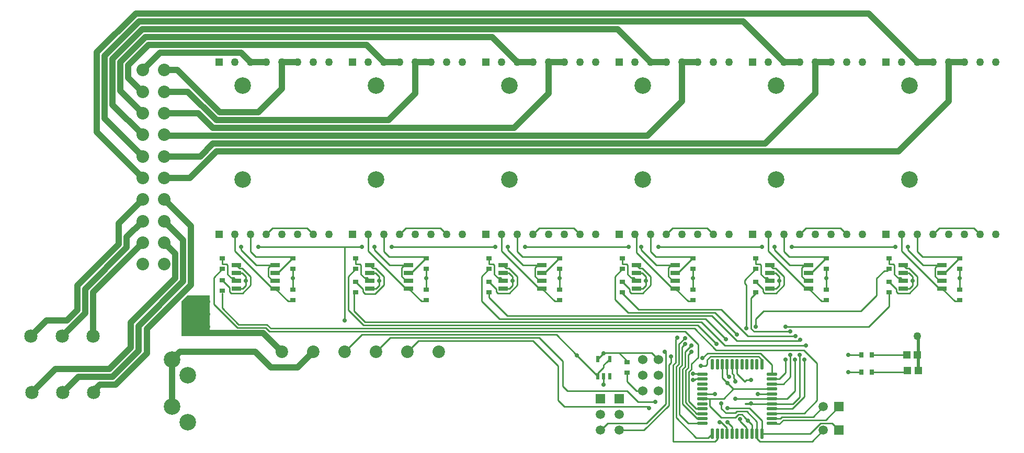
<source format=gtl>
G04 Layer_Physical_Order=1*
G04 Layer_Color=255*
%FSLAX24Y24*%
%MOIN*%
G70*
G01*
G75*
%ADD10R,0.0492X0.0472*%
%ADD11R,0.0315X0.0374*%
%ADD12R,0.0374X0.0315*%
%ADD13R,0.0236X0.0433*%
%ADD14R,0.0591X0.0315*%
%ADD15O,0.0689X0.0217*%
%ADD16O,0.0217X0.0689*%
%ADD17C,0.0200*%
%ADD18C,0.0100*%
%ADD19C,0.0400*%
%ADD20C,0.0500*%
%ADD21R,0.0500X0.0500*%
%ADD22C,0.1058*%
%ADD23C,0.0801*%
%ADD24C,0.0850*%
%ADD25R,0.0591X0.0591*%
%ADD26C,0.0591*%
%ADD27C,0.0799*%
%ADD28R,0.0591X0.0591*%
%ADD29C,0.0600*%
%ADD30C,0.0290*%
G36*
X13900Y7000D02*
X12100D01*
Y9258D01*
X12442Y9600D01*
X13900D01*
Y7000D01*
D02*
G37*
D10*
X59000Y5800D02*
D03*
X58311D02*
D03*
X59044Y4800D02*
D03*
X58356D02*
D03*
D11*
X56100Y4700D02*
D03*
X55431D02*
D03*
X56100Y5800D02*
D03*
X55431D02*
D03*
D12*
X61700Y9985D02*
D03*
Y9315D02*
D03*
X53200Y9985D02*
D03*
Y9315D02*
D03*
X44700Y9985D02*
D03*
Y9315D02*
D03*
X36200Y9985D02*
D03*
Y9315D02*
D03*
X27700Y9985D02*
D03*
Y9315D02*
D03*
X19200Y9985D02*
D03*
Y9315D02*
D03*
X57177Y10485D02*
D03*
Y9815D02*
D03*
X48677Y10485D02*
D03*
Y9815D02*
D03*
X40177Y10485D02*
D03*
Y9815D02*
D03*
X31677Y10485D02*
D03*
Y9815D02*
D03*
X23177Y10485D02*
D03*
Y9815D02*
D03*
X14677Y10573D02*
D03*
Y9904D02*
D03*
X61700Y11315D02*
D03*
Y11985D02*
D03*
X53200Y11315D02*
D03*
Y11985D02*
D03*
X44700Y11315D02*
D03*
Y11985D02*
D03*
X36200Y11315D02*
D03*
Y11985D02*
D03*
X27700Y11315D02*
D03*
Y11985D02*
D03*
X19200Y11315D02*
D03*
Y11985D02*
D03*
X57200Y11985D02*
D03*
Y11315D02*
D03*
X48700Y11985D02*
D03*
Y11315D02*
D03*
X40200Y11985D02*
D03*
Y11315D02*
D03*
X31700Y11985D02*
D03*
Y11315D02*
D03*
X23200Y11985D02*
D03*
Y11315D02*
D03*
X14700Y11985D02*
D03*
Y11315D02*
D03*
X40500Y5335D02*
D03*
Y4665D02*
D03*
D13*
X39374Y4449D02*
D03*
X39000D02*
D03*
X38626D02*
D03*
Y5551D02*
D03*
X39374D02*
D03*
D14*
X15600Y11550D02*
D03*
Y11050D02*
D03*
Y10550D02*
D03*
Y10050D02*
D03*
X18061Y11550D02*
D03*
Y11050D02*
D03*
Y10550D02*
D03*
Y10050D02*
D03*
X24100Y11550D02*
D03*
Y11050D02*
D03*
Y10550D02*
D03*
Y10050D02*
D03*
X26561Y11550D02*
D03*
Y11050D02*
D03*
Y10550D02*
D03*
Y10050D02*
D03*
X32600Y11550D02*
D03*
Y11050D02*
D03*
Y10550D02*
D03*
Y10050D02*
D03*
X35061Y11550D02*
D03*
Y11050D02*
D03*
Y10550D02*
D03*
Y10050D02*
D03*
X41100Y11550D02*
D03*
Y11050D02*
D03*
Y10550D02*
D03*
Y10050D02*
D03*
X43561Y11550D02*
D03*
Y11050D02*
D03*
Y10550D02*
D03*
Y10050D02*
D03*
X49600Y11550D02*
D03*
Y11050D02*
D03*
Y10550D02*
D03*
Y10050D02*
D03*
X52061Y11550D02*
D03*
Y11050D02*
D03*
Y10550D02*
D03*
Y10050D02*
D03*
X58100Y11550D02*
D03*
Y11050D02*
D03*
Y10550D02*
D03*
Y10050D02*
D03*
X60561Y11550D02*
D03*
Y11050D02*
D03*
Y10550D02*
D03*
Y10050D02*
D03*
D15*
X45276Y1425D02*
D03*
Y1740D02*
D03*
Y2055D02*
D03*
Y2370D02*
D03*
Y2685D02*
D03*
Y3000D02*
D03*
Y3315D02*
D03*
Y3630D02*
D03*
Y3945D02*
D03*
Y4260D02*
D03*
Y4575D02*
D03*
X49724D02*
D03*
Y4260D02*
D03*
Y3945D02*
D03*
Y3630D02*
D03*
Y3315D02*
D03*
Y3000D02*
D03*
Y2685D02*
D03*
Y2370D02*
D03*
Y2055D02*
D03*
Y1740D02*
D03*
Y1425D02*
D03*
D16*
X45925Y5224D02*
D03*
X46240D02*
D03*
X46555D02*
D03*
X46870D02*
D03*
X47185D02*
D03*
X47500D02*
D03*
X47815D02*
D03*
X48130D02*
D03*
X48445D02*
D03*
X48760D02*
D03*
X49075D02*
D03*
Y776D02*
D03*
X48760D02*
D03*
X48445D02*
D03*
X48130D02*
D03*
X47815D02*
D03*
X47500D02*
D03*
X47185D02*
D03*
X46870D02*
D03*
X46555D02*
D03*
X46240D02*
D03*
X45925D02*
D03*
D17*
X59044Y4800D02*
Y6956D01*
D18*
X48098Y1069D02*
X48130D01*
X54600Y4700D02*
X55431D01*
X54600Y5800D02*
X55431D01*
X38626Y5551D02*
X39025Y5950D01*
X48105Y2195D02*
X48760Y1540D01*
X47995Y1805D02*
X48200Y1600D01*
X47700Y1561D02*
X48073Y1187D01*
X47383Y1800D02*
X47578Y1995D01*
X46500Y1800D02*
X47383D01*
X47995Y1805D02*
Y1822D01*
X47495Y2195D02*
X48105D01*
X47400Y2100D02*
X47495Y2195D01*
X46783Y2100D02*
X47400D01*
X47822Y1995D02*
X47995Y1822D01*
X47578Y1995D02*
X47822D01*
X47700Y1561D02*
Y1700D01*
X46900Y2400D02*
X48283D01*
X48015Y2685D02*
X48030Y2700D01*
X48015Y2685D02*
X49724D01*
X46900Y1500D02*
X47185Y1215D01*
X46500Y2383D02*
Y2700D01*
X45770Y3000D02*
X46640D01*
X41200Y2800D02*
X42300D01*
X46085Y3315D02*
X46100Y3300D01*
X46640Y3000D02*
X47270Y3630D01*
X46483Y1500D02*
X46778Y1205D01*
X48200Y1600D02*
X48445Y1355D01*
X48760Y776D02*
Y1540D01*
X48030Y2700D02*
X48400D01*
X47400Y3000D02*
X49724D01*
X47185Y776D02*
Y1215D01*
X46400Y1500D02*
X46483D01*
X46778Y1205D02*
X46813D01*
Y832D02*
Y1205D01*
Y832D02*
X46870Y776D01*
X58256Y4700D02*
X58356Y4800D01*
X56100Y4700D02*
X58256D01*
X56100Y5800D02*
X58311D01*
X59000Y7000D02*
X59044Y6956D01*
X47400Y4100D02*
Y4200D01*
X47295Y4305D02*
X47400Y4200D01*
X48283Y2400D02*
X49075Y1608D01*
X31636Y11227D02*
X31700D01*
X23136D02*
X23200D01*
X49724Y2083D02*
X51783D01*
X57136Y11227D02*
X57200D01*
X48636D02*
X48700D01*
X40136D02*
X40200D01*
X38845Y1045D02*
X39000Y891D01*
Y1000D01*
X47500Y4600D02*
Y5224D01*
X44375Y1425D02*
X45276D01*
X46100Y8500D02*
X47500Y7100D01*
X41100Y3500D02*
X41500D01*
X44855Y4260D02*
X45276D01*
X45650Y500D02*
X45925Y776D01*
X48100Y7500D02*
Y10291D01*
X47185Y4632D02*
Y5224D01*
X46240Y440D02*
Y776D01*
X48700Y7600D02*
Y8100D01*
X49200Y8600D01*
X50600Y7600D02*
X55877D01*
X48760Y489D02*
Y776D01*
X52281Y281D02*
X53000Y1000D01*
X39189Y5351D02*
X39374Y5536D01*
X44881Y2370D02*
X45276D01*
X53145Y1645D02*
X54000Y2500D01*
X39000Y3900D02*
Y4449D01*
X46870Y4530D02*
Y5224D01*
X48815Y3315D02*
X49724D01*
X44913Y2055D02*
X45276D01*
X52345Y1845D02*
X53000Y2500D01*
X44945Y1740D02*
X45276D01*
Y3000D02*
X45332Y2943D01*
X46555Y4345D02*
Y5224D01*
X49438Y3630D02*
X49724D01*
Y2685D02*
X51068D01*
X43405Y281D02*
X46081D01*
X43405D02*
Y5136D01*
X48100Y4200D02*
X48400D01*
X48000Y4100D02*
X48100Y4200D01*
X47500Y4600D02*
X48000Y4100D01*
X47295Y4305D02*
Y4522D01*
X47185Y4632D02*
X47295Y4522D01*
X15728Y7750D02*
X17528D01*
X15645Y7550D02*
X17445D01*
X14677Y8801D02*
X15728Y7750D01*
X14677Y8801D02*
Y9727D01*
X40500Y3500D02*
X41200Y2800D01*
X36700Y3500D02*
X40500D01*
X22500Y12700D02*
X23600D01*
X17000D02*
X22500D01*
Y8000D02*
Y12700D01*
X37300Y5775D02*
X38626Y4449D01*
X35975Y7100D02*
X37300Y5775D01*
X41800Y2500D02*
X41900Y2400D01*
X36500Y2500D02*
X41800D01*
X36100Y2900D02*
X36500Y2500D01*
X40500Y4100D02*
X41100Y3500D01*
X36400Y3800D02*
X36700Y3500D01*
X40500Y4100D02*
Y4577D01*
X36400Y3800D02*
Y5400D01*
X40000Y1000D02*
X41566D01*
X36100Y2900D02*
Y5100D01*
X34500Y6700D02*
X36100Y5100D01*
X34900Y6900D02*
X36400Y5400D01*
X27200Y6700D02*
X34500D01*
X26500Y6000D02*
X27200Y6700D01*
X25400Y6900D02*
X34900D01*
X23600Y7100D02*
X35975D01*
X24500Y6000D02*
X25400Y6900D01*
X22500Y6000D02*
X23600Y7100D01*
X39025Y5950D02*
X42050D01*
X39174Y5351D02*
X39189D01*
X39000Y5177D02*
X39174Y5351D01*
X39000Y5000D02*
Y5177D01*
X38626Y4626D02*
X39000Y5000D01*
X39374Y5536D02*
Y5551D01*
X42050Y5950D02*
X42500Y5500D01*
X46870Y4530D02*
X47000Y4400D01*
X46555Y4345D02*
X46893Y4007D01*
X47270Y3630D02*
X49438Y3630D01*
X46893Y4007D02*
X47270Y3630D01*
X57177Y8900D02*
Y9727D01*
X56400Y9600D02*
Y10700D01*
X55400Y8600D02*
X56400Y9600D01*
Y10700D02*
X56877Y11177D01*
X57100D01*
X39000Y4449D02*
X39000D01*
X49075Y5224D02*
Y5511D01*
X49724Y4575D02*
Y5176D01*
Y4260D02*
X50184D01*
X16500Y12400D02*
X16827Y12073D01*
X19123D01*
X16500Y12400D02*
Y13500D01*
X15500Y12446D02*
Y13500D01*
X25500Y12700D02*
X32100D01*
X25000Y12400D02*
Y13500D01*
Y12400D02*
X25327Y12073D01*
X34000Y12700D02*
X40600D01*
X33500Y12400D02*
Y13500D01*
X32500Y12446D02*
X34896Y10050D01*
X32500Y12446D02*
Y13500D01*
X33500Y12400D02*
X33827Y12073D01*
X42500Y12700D02*
X49100D01*
X42000Y12400D02*
Y13500D01*
X41100Y12346D02*
Y13400D01*
Y12346D02*
X43396Y10050D01*
X42000Y12400D02*
X42327Y12073D01*
X50500Y12400D02*
Y13500D01*
X49500Y12446D02*
X51896Y10050D01*
X49500Y12446D02*
Y13500D01*
X50500Y12400D02*
X50827Y12073D01*
X58000Y12446D02*
Y13500D01*
X51000Y12700D02*
X57600D01*
X50827Y12073D02*
X53123D01*
X58400Y12500D02*
Y12700D01*
Y12500D02*
X59350Y11550D01*
X60300D01*
X49900Y12500D02*
Y12700D01*
Y12500D02*
X50850Y11550D01*
X51800D01*
X32900Y12500D02*
Y12700D01*
Y12500D02*
X33850Y11550D01*
X34800D01*
X24400Y12500D02*
Y12700D01*
Y12500D02*
X25350Y11550D01*
X26300D01*
X15900Y12500D02*
Y12700D01*
Y12500D02*
X16850Y11550D01*
X17800D01*
X24000Y12446D02*
Y13500D01*
X42350Y11550D02*
X43300D01*
X43115Y11365D02*
X43300Y11550D01*
X41000Y13500D02*
X41100Y13400D01*
X39987Y5937D02*
X40500Y5423D01*
X38626Y4449D02*
Y4626D01*
X49724Y2055D02*
Y2083D01*
X46081Y281D02*
X46240Y440D01*
X44900Y500D02*
X45650D01*
X40177Y10573D02*
X40200Y10550D01*
X43561Y11050D02*
X43726D01*
X44623Y11948D01*
X43396Y10550D02*
X43561D01*
X43115Y10830D02*
Y11365D01*
Y10830D02*
X43396Y10550D01*
Y10050D02*
X43561D01*
X43300Y11550D02*
X43561D01*
X23077Y8600D02*
Y9677D01*
X43561Y10050D02*
X44384Y9227D01*
X39712Y9347D02*
Y10803D01*
X40136Y11227D01*
X42327Y12073D02*
X44623D01*
X18061Y10050D02*
X18884Y9227D01*
X18061Y11050D02*
X18226D01*
X19123Y11948D01*
X15600Y10050D02*
X16000D01*
X17615Y10830D02*
X17896Y10550D01*
X18061D01*
X17615Y10830D02*
Y11365D01*
X17800Y11550D01*
X18061D01*
X17896Y10050D02*
X18061D01*
X26561D02*
X27384Y9227D01*
X25327Y12073D02*
X27623D01*
X26561Y11050D02*
X26726D01*
X27623Y11948D01*
X22712Y8682D02*
Y10803D01*
X26115Y10830D02*
X26396Y10550D01*
X26561D01*
X26115Y10830D02*
Y11365D01*
X26300Y11550D01*
X26561D01*
X24000Y12446D02*
X26396Y10050D01*
X26561D01*
X35061D02*
X35884Y9227D01*
X31677Y10573D02*
X31700Y10550D01*
X33827Y12073D02*
X36123D01*
X35061Y11050D02*
X35226D01*
X36123Y11948D01*
X31212Y9230D02*
Y10803D01*
X31636Y11227D01*
X34615Y10830D02*
X34896Y10550D01*
X35061D01*
X34615Y10830D02*
Y11365D01*
X34800Y11550D01*
X35061D01*
X34896Y10050D02*
X35061D01*
X52061D02*
X52884Y9227D01*
X48677Y10573D02*
X48700Y10550D01*
X52061Y11050D02*
X52226D01*
X53123Y11948D01*
X51615Y10830D02*
X51896Y10550D01*
X52061D01*
X51615Y10830D02*
Y11365D01*
X51800Y11550D01*
X52061D01*
X51896Y10050D02*
X52061D01*
X60561D02*
X61384Y9227D01*
X57177Y10573D02*
X57200Y10550D01*
X59000Y12400D02*
X59327Y12073D01*
X61623D01*
X60561Y11050D02*
X60726D01*
X61623Y11948D01*
X60115Y10830D02*
X60396Y10550D01*
X60561D01*
X60115Y10830D02*
Y11365D01*
X60300Y11550D01*
X60561D01*
X58000Y12446D02*
X60396Y10050D01*
X60561D01*
X31677Y9477D02*
Y9727D01*
X59000Y12400D02*
Y13500D01*
X41400Y12500D02*
X42350Y11550D01*
X41400Y12500D02*
Y12700D01*
X17500Y13500D02*
X17900Y13900D01*
X20100D01*
X20500Y13500D01*
X28600Y13900D02*
X29000Y13500D01*
X26400Y13900D02*
X28600D01*
X26000Y13500D02*
X26400Y13900D01*
X37100D02*
X37500Y13500D01*
X34900Y13900D02*
X37100D01*
X34500Y13500D02*
X34900Y13900D01*
X45600D02*
X46000Y13500D01*
X43400Y13900D02*
X45600D01*
X43000Y13500D02*
X43400Y13900D01*
X54100D02*
X54500Y13500D01*
X51900Y13900D02*
X54100D01*
X51500Y13500D02*
X51900Y13900D01*
X62600D02*
X63000Y13500D01*
X60400Y13900D02*
X62600D01*
X60000Y13500D02*
X60400Y13900D01*
X16000Y10050D02*
X16200Y10250D01*
X24454Y11050D02*
X24700Y10804D01*
X24100Y10050D02*
X24500D01*
X24100Y11050D02*
X24454D01*
X32954D02*
X33200Y10804D01*
X33000Y10050D02*
X33200Y10250D01*
X32600Y10050D02*
X33000D01*
X32600Y11050D02*
X32954D01*
X41454D02*
X41700Y10804D01*
X41500Y10050D02*
X41700Y10250D01*
X41100Y10050D02*
X41500D01*
X41100Y11050D02*
X41454D01*
X49954D02*
X50200Y10804D01*
X50000Y10050D02*
X50200Y10250D01*
X49600Y10050D02*
X50000D01*
X49600Y11050D02*
X49954D01*
X58454D02*
X58700Y10804D01*
X58500Y10050D02*
X58700Y10250D01*
X58100Y10050D02*
X58500D01*
X58100Y11050D02*
X58454D01*
X49750Y1400D02*
X50200D01*
X53555Y1445D02*
X54000Y1000D01*
X52816Y1445D02*
X53555D01*
X49075Y776D02*
X52146D01*
X52816Y1445D01*
X48968Y281D02*
X52281D01*
X48760Y489D02*
X48968Y281D01*
X50200Y1400D02*
X50445Y1645D01*
X53145D01*
X50257Y1740D02*
X50362Y1845D01*
X52345D01*
X49724Y1740D02*
X50257D01*
X51783Y2083D02*
X52600Y2900D01*
X49724Y3945D02*
X50445D01*
X51068Y2685D02*
X51500Y3117D01*
X49724Y2370D02*
X51036D01*
X51800Y3134D01*
X50184Y4260D02*
X50600Y4675D01*
X50445Y3945D02*
X50900Y4400D01*
X49724Y3000D02*
X50700D01*
X51200Y3500D01*
X48000Y10591D02*
X48636Y11227D01*
X41728Y1445D02*
X42950Y2667D01*
X45595Y5496D02*
X45818Y5719D01*
X44600Y5231D02*
X45005Y5636D01*
X44583Y6400D02*
X44600D01*
X44200Y6017D02*
X44583Y6400D01*
X44000Y6300D02*
X44200Y6500D01*
X43795Y6512D02*
X44173Y6890D01*
X17445Y7550D02*
X17695Y7300D01*
X44783Y7500D02*
X46164Y6119D01*
X17528Y7750D02*
X17778Y7500D01*
X45000Y7700D02*
X46200Y6500D01*
X22712Y8682D02*
X23694Y7700D01*
X23077Y8600D02*
X23777Y7900D01*
X31230Y9230D02*
X32359Y8100D01*
X31677Y9477D02*
X32854Y8300D01*
X39712Y9347D02*
X40559Y8500D01*
X40177Y9727D02*
X41204Y8700D01*
X23777Y7900D02*
X45217D01*
X23694Y7700D02*
X45000D01*
X17778Y7500D02*
X44783D01*
X43595Y6795D02*
X43700Y6900D01*
X44400Y5800D02*
X44600Y6000D01*
X44405Y2846D02*
X44881Y2370D01*
X44205Y2763D02*
X44913Y2055D01*
X44005Y2680D02*
X44945Y1740D01*
X43805Y1995D02*
X44375Y1425D01*
X43605Y1795D02*
X44900Y500D01*
X45250Y4600D02*
X45276Y4575D01*
X44400Y5000D02*
Y5800D01*
X44405Y4722D02*
X44600Y4917D01*
Y5231D01*
X44700Y4600D02*
X45250D01*
X43300Y5314D02*
Y5700D01*
X43405Y5136D02*
X43595Y5326D01*
Y6795D01*
X43605Y5054D02*
X43795Y5244D01*
Y6512D01*
X43805Y4971D02*
X44000Y5166D01*
Y6300D01*
X44005Y4888D02*
X44200Y5083D01*
Y6017D01*
X44205Y4805D02*
X44400Y5000D01*
X44795Y4200D02*
X44855Y4260D01*
X44700Y4200D02*
X44795D01*
X44405Y2846D02*
Y4722D01*
X44205Y2763D02*
Y4805D01*
X44005Y2680D02*
Y4888D01*
X43805Y1995D02*
Y4971D01*
X43605Y1795D02*
Y5054D01*
X41566Y1000D02*
X43150Y2584D01*
Y5164D01*
X43300Y5314D01*
X49075Y776D02*
Y1608D01*
X48073Y1094D02*
Y1187D01*
Y1094D02*
X48098Y1069D01*
X48130Y776D02*
Y1069D01*
X48445Y776D02*
Y1355D01*
X45770Y2530D02*
X46500Y1800D01*
X45200Y5100D02*
X45500D01*
X45595Y5195D01*
Y5496D01*
X45300Y5600D02*
X45619Y5919D01*
X42900Y6000D02*
X42950Y5950D01*
Y2667D02*
Y5950D01*
X38845Y1045D02*
X39245Y1445D01*
X41728D01*
X46500Y2383D02*
X46783Y2100D01*
X51200Y3500D02*
Y5500D01*
X55877Y7600D02*
X57177Y8900D01*
X48400Y9450D02*
X48677Y9727D01*
X48000Y10391D02*
Y10591D01*
Y10391D02*
X48100Y10291D01*
X48400Y7483D02*
X48583Y7300D01*
X51800Y3134D02*
Y5500D01*
X45818Y5719D02*
X48867D01*
X49075Y5511D01*
X48982Y5919D02*
X49724Y5176D01*
X45619Y5919D02*
X48982D01*
X51500Y3117D02*
Y5800D01*
X48400Y7483D02*
Y9450D01*
X50600Y4675D02*
Y5500D01*
X46164Y6119D02*
X51764D01*
X50900Y4400D02*
Y5800D01*
X47473Y6710D02*
X51462D01*
X48583Y7300D02*
X50900D01*
X48178Y7005D02*
X51205D01*
X51462Y6710D02*
X51526Y6774D01*
X51764Y6119D02*
X52600Y5283D01*
Y2900D02*
Y5283D01*
X45217Y7900D02*
X46717Y6400D01*
X51900D01*
X32359Y8100D02*
X45500D01*
X46800Y6800D01*
X32854Y8300D02*
X45883D01*
X47473Y6710D01*
X40559Y8500D02*
X46100D01*
X41204Y8700D02*
X46483D01*
X48178Y7005D01*
X45005Y5636D02*
Y6475D01*
X17695Y7300D02*
X44180D01*
X45005Y6475D01*
X49200Y8600D02*
X55400D01*
X45770Y2530D02*
Y3000D01*
X45276Y3315D02*
X46085D01*
X16200Y10250D02*
Y10527D01*
Y10804D01*
X19200Y10073D02*
Y10700D01*
Y11227D01*
X27700Y10073D02*
Y10700D01*
Y11227D01*
X33200Y10250D02*
Y10527D01*
Y10804D01*
X36200Y10073D02*
Y10700D01*
Y11227D01*
X41700Y10250D02*
Y10527D01*
Y10804D01*
X44700Y10073D02*
Y10700D01*
Y11227D01*
X58700Y10250D02*
Y10527D01*
Y10804D01*
X53200Y10073D02*
Y10700D01*
Y11227D01*
X61700Y10073D02*
Y10700D01*
Y11227D01*
X61384Y9227D02*
X61700D01*
X61623Y11948D02*
Y12073D01*
X45276Y3000D02*
X45770D01*
X52884Y9227D02*
X53200D01*
X44384D02*
X44700D01*
X53123Y11948D02*
Y12073D01*
X35884Y9227D02*
X36200D01*
X44623Y11948D02*
Y12073D01*
X36123Y11948D02*
Y12073D01*
X19123Y11948D02*
Y12073D01*
X18884Y9227D02*
X19200D01*
X27384D02*
X27700D01*
X27623Y11948D02*
Y12073D01*
X15500Y12446D02*
X17896Y10050D01*
X15954Y11050D02*
X16200Y10804D01*
X15600Y11050D02*
X15954D01*
X14677Y10573D02*
Y10627D01*
X14140Y9055D02*
X15645Y7550D01*
X15600Y11550D02*
X15793Y11357D01*
X15957D01*
X16495Y10820D01*
Y10262D02*
Y10820D01*
X15975Y9743D02*
X16495Y10262D01*
X15243Y9743D02*
X15975D01*
X15155Y9830D02*
X15243Y9743D01*
X15155Y9830D02*
Y10095D01*
X14677Y10573D02*
X15155Y10095D01*
X14140Y9055D02*
Y10755D01*
X14700Y11315D01*
X15407Y10743D02*
X15600Y10550D01*
X15243Y10743D02*
X15407D01*
X15037Y10948D02*
X15243Y10743D01*
X15037Y10948D02*
Y11535D01*
X14949Y11623D02*
X15037Y11535D01*
X14700Y11623D02*
X14949D01*
X14700D02*
Y11985D01*
X22712Y10803D02*
X23136Y11227D01*
X24500Y10050D02*
X24700Y10250D01*
Y10527D02*
Y10804D01*
Y10250D02*
Y10527D01*
X23177Y10573D02*
X23200Y10550D01*
X24100Y11550D02*
X24293Y11357D01*
X24457D01*
X24995Y10820D01*
Y10262D02*
Y10820D01*
X24433Y9700D02*
X24995Y10262D01*
X23785Y9700D02*
X24433D01*
X23655Y9830D02*
X23785Y9700D01*
X23655Y9830D02*
Y10007D01*
X23177Y10485D02*
X23655Y10007D01*
X23907Y10743D02*
X24100Y10550D01*
X23743Y10743D02*
X23907D01*
X23537Y10948D02*
X23743Y10743D01*
X23537Y10948D02*
Y11535D01*
X23449Y11623D02*
X23537Y11535D01*
X23200Y11623D02*
X23449D01*
X23200D02*
Y11985D01*
X32600Y11550D02*
X32793Y11357D01*
X32957D01*
X33495Y10820D01*
Y10262D02*
Y10820D01*
X32975Y9743D02*
X33495Y10262D01*
X32243Y9743D02*
X32975D01*
X32155Y9830D02*
X32243Y9743D01*
X32155Y9830D02*
Y10007D01*
X31677Y10485D02*
X32155Y10007D01*
X32407Y10743D02*
X32600Y10550D01*
X32243Y10743D02*
X32407D01*
X32037Y10948D02*
X32243Y10743D01*
X32037Y10948D02*
Y11535D01*
X31949Y11623D02*
X32037Y11535D01*
X31700Y11623D02*
X31949D01*
X31700D02*
Y11985D01*
X41100Y11550D02*
X41293Y11357D01*
X41457D01*
X42000Y10815D01*
Y10267D02*
Y10815D01*
X41475Y9743D02*
X42000Y10267D01*
X40743Y9743D02*
X41475D01*
X40655Y9830D02*
X40743Y9743D01*
X40655Y9830D02*
Y10007D01*
X40177Y10485D02*
X40655Y10007D01*
X40907Y10743D02*
X41100Y10550D01*
X40743Y10743D02*
X40907D01*
X40537Y10948D02*
X40743Y10743D01*
X40537Y10948D02*
Y11535D01*
X40449Y11623D02*
X40537Y11535D01*
X40200Y11623D02*
X40449D01*
X40200D02*
Y11985D01*
X49600Y11550D02*
X49793Y11357D01*
X49957D01*
X50495Y10262D02*
Y10820D01*
X49957Y11357D02*
X50495Y10820D01*
X50200Y10527D02*
Y10804D01*
Y10250D02*
Y10527D01*
X49975Y9743D02*
X50495Y10262D01*
X49243Y9743D02*
X49975D01*
X49155Y9830D02*
X49243Y9743D01*
X49155Y9830D02*
Y10007D01*
X48677Y10485D02*
X49155Y10007D01*
X49407Y10743D02*
X49600Y10550D01*
X49243Y10743D02*
X49407D01*
X49037Y10948D02*
X49243Y10743D01*
X49037Y10948D02*
Y11535D01*
X48949Y11623D02*
X49037Y11535D01*
X48700Y11623D02*
X48949D01*
X48700D02*
Y11985D01*
X58100Y11550D02*
X58293Y11357D01*
X58457D01*
X58995Y10820D01*
Y10262D02*
Y10820D01*
X58475Y9743D02*
X58995Y10262D01*
X57743Y9743D02*
X58475D01*
X57655Y9830D02*
X57743Y9743D01*
X57655Y9830D02*
Y10007D01*
X57177Y10485D02*
X57655Y10007D01*
X57907Y10743D02*
X58100Y10550D01*
X57743Y10743D02*
X57907D01*
X57537Y10948D02*
X57743Y10743D01*
X57537Y10948D02*
Y11535D01*
X57449Y11623D02*
X57537Y11535D01*
X57200Y11623D02*
X57449D01*
X57200D02*
Y11985D01*
D19*
X3500Y8000D02*
X4773D01*
X2500Y7000D02*
X3500Y8000D01*
X4773D02*
X5460Y8687D01*
X8100Y14210D02*
X9622Y15732D01*
X8100Y12869D02*
Y14210D01*
X5460Y10229D02*
X8100Y12869D01*
X8600Y13332D02*
X9622Y14354D01*
X8600Y12661D02*
Y13332D01*
X5960Y10021D02*
X8600Y12661D01*
X5960Y8480D02*
Y10021D01*
X9900Y7486D02*
X12701Y10286D01*
X9900Y5900D02*
Y7486D01*
X7900Y3900D02*
X9900Y5900D01*
X9365Y6072D02*
Y7658D01*
X7693Y4400D02*
X9365Y6072D01*
X8865Y6279D02*
Y7865D01*
X7486Y4900D02*
X8865Y6279D01*
Y7865D02*
X11701Y10701D01*
X9365Y7658D02*
X12201Y10493D01*
X4040Y4900D02*
X7486D01*
X5460Y8687D02*
Y10229D01*
X12701Y10286D02*
Y14032D01*
X12201Y10493D02*
Y13154D01*
X11701Y10701D02*
Y12276D01*
X5520Y4400D02*
X7693D01*
X6900Y3900D02*
X7900D01*
X11000Y12976D02*
X11701Y12276D01*
X11000Y14354D02*
X12201Y13154D01*
X11000Y15732D02*
X12701Y14032D01*
X13721Y7200D02*
X17300D01*
X11500Y2500D02*
Y5500D01*
X6460Y9814D02*
X9622Y12976D01*
X16500Y24500D02*
X17500D01*
X16800Y6000D02*
X17800Y5000D01*
X12000Y6000D02*
X16800D01*
X11500Y5500D02*
X12000Y6000D01*
X17800Y5000D02*
X19500D01*
X20500Y6000D01*
X17300Y7200D02*
X18500Y6000D01*
X11000Y19866D02*
X11066Y19800D01*
X18500Y22800D02*
Y24500D01*
X17000Y21300D02*
X18500Y22800D01*
Y24500D02*
X19500D01*
X27000Y22500D02*
Y24500D01*
X25300Y20800D02*
X27000Y22500D01*
Y24500D02*
X28000D01*
X35500Y22500D02*
Y24500D01*
X33300Y20300D02*
X35500Y22500D01*
Y24500D02*
X36500D01*
X11066Y19800D02*
X41800D01*
X44000Y22000D02*
Y24500D01*
X41800Y19800D02*
X44000Y22000D01*
Y24500D02*
X45000D01*
X52500Y22500D02*
Y24500D01*
X49300Y19300D02*
X52500Y22500D01*
Y24500D02*
X53500D01*
X61000Y22000D02*
Y24500D01*
X57800Y18800D02*
X61000Y22000D01*
Y24500D02*
X62000D01*
X11000Y18488D02*
X13288D01*
X14100Y19300D01*
X49300D01*
X14307Y18800D02*
X57800D01*
X11000Y17110D02*
X12617D01*
X14307Y18800D01*
X11000Y21244D02*
X13156D01*
X14100Y20300D01*
X33300D01*
X14307Y20800D02*
X25300D01*
X14514Y21300D02*
X17000D01*
X11000Y22622D02*
X12485D01*
X14307Y20800D01*
X11000Y24000D02*
X11814D01*
X14514Y21300D01*
X15900Y25100D02*
X16500Y24500D01*
X10722Y25100D02*
X15900D01*
X9622Y24000D02*
X10722Y25100D01*
X8700Y24300D02*
X10000Y25600D01*
X8700Y23500D02*
Y24300D01*
X7200Y24921D02*
X9379Y27100D01*
X7200Y20910D02*
Y24921D01*
X6700Y25128D02*
X9172Y27600D01*
X8200Y24507D02*
X9793Y26100D01*
X7700Y24714D02*
X9586Y26600D01*
X8200Y22666D02*
Y24507D01*
X7700Y21788D02*
Y24714D01*
X6700Y20032D02*
Y25128D01*
X8700Y23500D02*
X9578Y22622D01*
X9622D01*
X8200Y22666D02*
X9622Y21244D01*
X7700Y21788D02*
X9622Y19866D01*
X7200Y20910D02*
X9622Y18488D01*
X6700Y20032D02*
X9622Y17110D01*
X10000Y25600D02*
X23900D01*
X25000Y24500D01*
X26000D01*
X9793Y26100D02*
X31900D01*
X33500Y24500D01*
X34500D01*
X9586Y26600D02*
X39900D01*
X42000Y24500D01*
X43000D01*
X9379Y27100D02*
X47900D01*
X50500Y24500D01*
X51500D01*
X9172Y27600D02*
X55900D01*
X59000Y24500D01*
X60000D01*
X6500Y3400D02*
Y3500D01*
X6460Y7000D02*
Y9814D01*
X4480Y7000D02*
X5960Y8480D01*
X2540Y3400D02*
X4040Y4900D01*
X4520Y3400D02*
X5520Y4400D01*
X6500Y3500D02*
X6900Y3900D01*
X13560Y7360D02*
X13721Y7200D01*
X12860Y8060D02*
X13560Y7360D01*
X12760Y8160D02*
X12860Y8060D01*
D20*
X55500Y24500D02*
D03*
X54500D02*
D03*
X53500D02*
D03*
X52500D02*
D03*
X51500D02*
D03*
X50500D02*
D03*
X49500D02*
D03*
X55500Y13500D02*
D03*
X54500D02*
D03*
X53500D02*
D03*
X52500D02*
D03*
X51500D02*
D03*
X50500D02*
D03*
X49500D02*
D03*
X58000D02*
D03*
X59000D02*
D03*
X60000D02*
D03*
X61000D02*
D03*
X62000D02*
D03*
X63000D02*
D03*
X64000D02*
D03*
X58000Y24500D02*
D03*
X59000D02*
D03*
X60000D02*
D03*
X61000D02*
D03*
X62000D02*
D03*
X63000D02*
D03*
X64000D02*
D03*
X47000D02*
D03*
X46000D02*
D03*
X45000D02*
D03*
X44000D02*
D03*
X43000D02*
D03*
X42000D02*
D03*
X41000D02*
D03*
X47000Y13500D02*
D03*
X46000D02*
D03*
X45000D02*
D03*
X44000D02*
D03*
X43000D02*
D03*
X42000D02*
D03*
X41000D02*
D03*
X32500D02*
D03*
X33500D02*
D03*
X34500D02*
D03*
X35500D02*
D03*
X36500D02*
D03*
X37500D02*
D03*
X38500D02*
D03*
X32500Y24500D02*
D03*
X33500D02*
D03*
X34500D02*
D03*
X35500D02*
D03*
X36500D02*
D03*
X37500D02*
D03*
X38500D02*
D03*
X30000D02*
D03*
X29000D02*
D03*
X28000D02*
D03*
X27000D02*
D03*
X26000D02*
D03*
X25000D02*
D03*
X24000D02*
D03*
X30000Y13500D02*
D03*
X29000D02*
D03*
X28000D02*
D03*
X27000D02*
D03*
X26000D02*
D03*
X25000D02*
D03*
X24000D02*
D03*
X15500D02*
D03*
X16500D02*
D03*
X17500D02*
D03*
X18500D02*
D03*
X19500D02*
D03*
X20500D02*
D03*
X21500D02*
D03*
X15500Y24500D02*
D03*
X16500D02*
D03*
X17500D02*
D03*
X18500D02*
D03*
X19500D02*
D03*
X20500D02*
D03*
X21500D02*
D03*
X59000Y7000D02*
D03*
D21*
X48500Y24500D02*
D03*
Y13500D02*
D03*
X57000D02*
D03*
Y24500D02*
D03*
X40000D02*
D03*
Y13500D02*
D03*
X31500D02*
D03*
Y24500D02*
D03*
X23000D02*
D03*
Y13500D02*
D03*
X14500D02*
D03*
Y24500D02*
D03*
D22*
X58500Y17000D02*
D03*
Y23000D02*
D03*
X50000Y17000D02*
D03*
Y23000D02*
D03*
X41500Y17000D02*
D03*
Y23000D02*
D03*
X33000Y17000D02*
D03*
Y23000D02*
D03*
X24500Y17000D02*
D03*
Y23000D02*
D03*
X16000Y17000D02*
D03*
Y23000D02*
D03*
X11500Y5500D02*
D03*
X12500Y4500D02*
D03*
X11500Y2500D02*
D03*
X12500Y1500D02*
D03*
D23*
X9622Y12976D02*
D03*
X11000D02*
D03*
X9622Y14354D02*
D03*
X11000D02*
D03*
X9622Y15732D02*
D03*
X11000D02*
D03*
X9622Y17110D02*
D03*
X11000D02*
D03*
X9622Y18488D02*
D03*
X11000D02*
D03*
X9622Y19866D02*
D03*
X11000D02*
D03*
X9622Y21244D02*
D03*
X11000D02*
D03*
X9622Y22622D02*
D03*
X11000D02*
D03*
X9622Y24000D02*
D03*
X11000D02*
D03*
Y11598D02*
D03*
X9622D02*
D03*
D24*
X6500Y3400D02*
D03*
X4520D02*
D03*
X2540D02*
D03*
X2500Y7000D02*
D03*
X4480D02*
D03*
X6460D02*
D03*
D25*
X54000Y1000D02*
D03*
Y2500D02*
D03*
D26*
X53000Y1000D02*
D03*
Y2500D02*
D03*
X38800Y2000D02*
D03*
Y1000D02*
D03*
X40000Y2000D02*
D03*
Y1000D02*
D03*
D27*
X26500Y6000D02*
D03*
X24500D02*
D03*
X22500D02*
D03*
X20500D02*
D03*
X18500D02*
D03*
X28500D02*
D03*
D28*
X38800Y3000D02*
D03*
X40000D02*
D03*
D29*
X42500Y5500D02*
D03*
Y4500D02*
D03*
Y3500D02*
D03*
X41500Y5500D02*
D03*
Y4500D02*
D03*
Y3500D02*
D03*
D30*
X47700Y1700D02*
D03*
X46900Y1500D02*
D03*
Y2400D02*
D03*
X46500Y2700D02*
D03*
X42300Y2800D02*
D03*
X46100Y3300D02*
D03*
X48200Y1600D02*
D03*
X48400Y2700D02*
D03*
X54600Y5800D02*
D03*
Y4700D02*
D03*
X46400Y1500D02*
D03*
X47400Y4100D02*
D03*
Y3000D02*
D03*
X48400Y4200D02*
D03*
X13800Y9200D02*
D03*
X13600Y8800D02*
D03*
X13800Y8400D02*
D03*
X13600Y8000D02*
D03*
X13800Y7600D02*
D03*
X13600Y7200D02*
D03*
X13400Y9200D02*
D03*
X13200Y8800D02*
D03*
X13400Y8400D02*
D03*
X13200Y8000D02*
D03*
X13400Y7600D02*
D03*
X13200Y7200D02*
D03*
X13000Y9200D02*
D03*
X12800Y8800D02*
D03*
X13000Y8400D02*
D03*
X12800Y8000D02*
D03*
X13000Y7600D02*
D03*
X12800Y7200D02*
D03*
X12600Y9200D02*
D03*
X12400Y8800D02*
D03*
X12600Y8400D02*
D03*
X12400Y8000D02*
D03*
X12600Y7600D02*
D03*
X12400Y7200D02*
D03*
X22500Y8000D02*
D03*
X37300Y5775D02*
D03*
X41900Y2400D02*
D03*
X39000Y5900D02*
D03*
X48815Y3315D02*
D03*
X47000Y4400D02*
D03*
X46893Y4007D02*
D03*
X39000Y3900D02*
D03*
X17000Y12700D02*
D03*
X51000D02*
D03*
X58400D02*
D03*
X57600D02*
D03*
X49900D02*
D03*
X49100D02*
D03*
X32900D02*
D03*
X32100D02*
D03*
X34000D02*
D03*
X24400D02*
D03*
X23600D02*
D03*
X25500D02*
D03*
X15900D02*
D03*
X42500D02*
D03*
X40600D02*
D03*
X19200Y10700D02*
D03*
X27700D02*
D03*
X36200D02*
D03*
X44700D02*
D03*
X53200D02*
D03*
X61700D02*
D03*
X41400Y12700D02*
D03*
X16200Y10527D02*
D03*
X33200D02*
D03*
X41700D02*
D03*
X58700D02*
D03*
X46200Y6500D02*
D03*
X45300Y5600D02*
D03*
X45200Y5100D02*
D03*
X42900Y6000D02*
D03*
X43300Y5700D02*
D03*
X44600Y6000D02*
D03*
Y6400D02*
D03*
X44200Y6500D02*
D03*
X44173Y6890D02*
D03*
X43700Y6900D02*
D03*
X44700Y4600D02*
D03*
Y4200D02*
D03*
X51200Y5500D02*
D03*
X51800D02*
D03*
X51500Y5800D02*
D03*
X48100Y7500D02*
D03*
X47500Y7100D02*
D03*
X46800Y6800D02*
D03*
X50600Y5500D02*
D03*
X50900Y5800D02*
D03*
X48700Y7600D02*
D03*
X50600D02*
D03*
X50900Y7300D02*
D03*
X51205Y7005D02*
D03*
X51526Y6774D02*
D03*
X51900Y6400D02*
D03*
X24700Y10527D02*
D03*
X50200D02*
D03*
M02*

</source>
